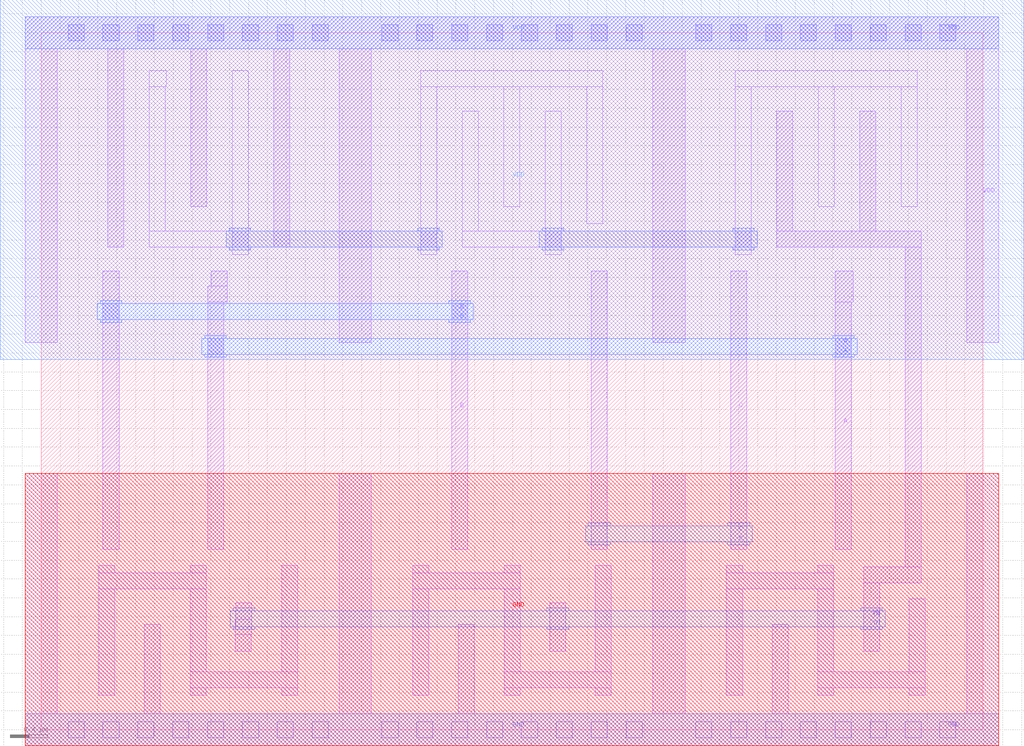
<source format=lef>
VERSION 5.7 ;
  NOWIREEXTENSIONATPIN ON ;
  DIVIDERCHAR "/" ;
  BUSBITCHARS "[]" ;
MACRO VOTERN3X1
  CLASS CORE ;
  FOREIGN VOTERN3X1 ;
  ORIGIN 0.000 0.000 ;
  SIZE 9.990 BY 7.400 ;
  SYMMETRY X Y R90 ;
  SITE unitrh ;
  PIN YN
    DIRECTION OUTPUT ;
    USE SIGNAL ;
    ANTENNADIFFAREA 1.734950 ;
    PORT
      LAYER li1 ;
        RECT 7.805 5.295 7.975 6.565 ;
        RECT 8.685 5.295 8.855 6.565 ;
        RECT 7.805 5.125 9.335 5.295 ;
        RECT 9.165 1.730 9.335 5.125 ;
        RECT 8.725 1.560 9.335 1.730 ;
        RECT 2.065 1.170 2.235 1.345 ;
        RECT 2.060 1.015 2.235 1.170 ;
        RECT 2.060 0.835 2.230 1.015 ;
        RECT 5.395 0.835 5.565 1.345 ;
        RECT 8.725 0.835 8.895 1.560 ;
      LAYER mcon ;
        RECT 2.065 1.095 2.235 1.265 ;
        RECT 5.395 1.095 5.565 1.265 ;
        RECT 8.725 1.095 8.895 1.265 ;
      LAYER met1 ;
        RECT 2.035 1.265 2.265 1.295 ;
        RECT 5.365 1.265 5.595 1.295 ;
        RECT 8.695 1.265 8.925 1.295 ;
        RECT 2.005 1.095 8.955 1.265 ;
        RECT 2.035 1.065 2.265 1.095 ;
        RECT 5.365 1.065 5.595 1.095 ;
        RECT 8.695 1.065 8.925 1.095 ;
    END
  END YN
  PIN A
    DIRECTION INPUT ;
    USE SIGNAL ;
    ANTENNAGATEAREA 2.053700 ;
    PORT
      LAYER li1 ;
        RECT 1.805 4.710 1.975 4.870 ;
        RECT 1.765 4.540 1.975 4.710 ;
        RECT 8.425 4.540 8.615 4.870 ;
        RECT 1.765 1.915 1.935 4.540 ;
        RECT 8.425 1.915 8.595 4.540 ;
      LAYER mcon ;
        RECT 1.765 3.985 1.935 4.155 ;
        RECT 8.425 3.985 8.595 4.155 ;
      LAYER met1 ;
        RECT 1.735 4.155 1.965 4.185 ;
        RECT 8.395 4.155 8.625 4.185 ;
        RECT 1.705 3.985 8.655 4.155 ;
        RECT 1.735 3.955 1.965 3.985 ;
        RECT 8.395 3.955 8.625 3.985 ;
    END
  END A
  PIN B
    DIRECTION INPUT ;
    USE SIGNAL ;
    ANTENNAGATEAREA 2.066500 ;
    PORT
      LAYER li1 ;
        RECT 0.655 1.915 0.825 4.870 ;
        RECT 4.355 1.915 4.525 4.870 ;
      LAYER mcon ;
        RECT 0.655 4.355 0.825 4.525 ;
        RECT 4.355 4.355 4.525 4.525 ;
      LAYER met1 ;
        RECT 0.625 4.525 0.855 4.555 ;
        RECT 4.325 4.525 4.555 4.555 ;
        RECT 0.595 4.355 4.585 4.525 ;
        RECT 0.625 4.325 0.855 4.355 ;
        RECT 4.325 4.325 4.555 4.355 ;
    END
  END B
  PIN C
    DIRECTION INPUT ;
    USE SIGNAL ;
    ANTENNAGATEAREA 2.060500 ;
    PORT
      LAYER li1 ;
        RECT 5.835 1.915 6.005 4.870 ;
        RECT 7.315 1.915 7.485 4.870 ;
      LAYER mcon ;
        RECT 5.835 1.995 6.005 2.165 ;
        RECT 7.315 1.995 7.485 2.165 ;
      LAYER met1 ;
        RECT 5.805 2.165 6.035 2.195 ;
        RECT 7.285 2.165 7.515 2.195 ;
        RECT 5.775 1.995 7.545 2.165 ;
        RECT 5.805 1.965 6.035 1.995 ;
        RECT 7.285 1.965 7.515 1.995 ;
    END
  END C
  PIN VDD
    DIRECTION INOUT ;
    USE POWER ;
    SHAPE ABUTMENT ;
    PORT
      LAYER nwell ;
        RECT -0.435 3.930 10.425 7.750 ;
      LAYER li1 ;
        RECT -0.170 7.230 10.160 7.570 ;
        RECT -0.170 4.110 0.170 7.230 ;
        RECT 0.705 5.125 0.875 7.230 ;
        RECT 1.585 5.555 1.755 7.230 ;
        RECT 2.465 5.125 2.635 7.230 ;
        RECT 3.160 4.110 3.500 7.230 ;
        RECT 6.490 4.110 6.830 7.230 ;
        RECT 9.820 4.110 10.160 7.230 ;
      LAYER mcon ;
        RECT 0.285 7.315 0.455 7.485 ;
        RECT 0.655 7.315 0.825 7.485 ;
        RECT 1.025 7.315 1.195 7.485 ;
        RECT 1.395 7.315 1.565 7.485 ;
        RECT 1.765 7.315 1.935 7.485 ;
        RECT 2.135 7.315 2.305 7.485 ;
        RECT 2.505 7.315 2.675 7.485 ;
        RECT 2.875 7.315 3.045 7.485 ;
        RECT 3.615 7.315 3.785 7.485 ;
        RECT 3.985 7.315 4.155 7.485 ;
        RECT 4.355 7.315 4.525 7.485 ;
        RECT 4.725 7.315 4.895 7.485 ;
        RECT 5.095 7.315 5.265 7.485 ;
        RECT 5.465 7.315 5.635 7.485 ;
        RECT 5.835 7.315 6.005 7.485 ;
        RECT 6.205 7.315 6.375 7.485 ;
        RECT 6.945 7.315 7.115 7.485 ;
        RECT 7.315 7.315 7.485 7.485 ;
        RECT 7.685 7.315 7.855 7.485 ;
        RECT 8.055 7.315 8.225 7.485 ;
        RECT 8.425 7.315 8.595 7.485 ;
        RECT 8.795 7.315 8.965 7.485 ;
        RECT 9.165 7.315 9.335 7.485 ;
        RECT 9.535 7.315 9.705 7.485 ;
      LAYER met1 ;
        RECT -0.170 7.230 10.160 7.570 ;
    END
  END VDD
  PIN GND
    DIRECTION INOUT ;
    USE GROUND ;
    SHAPE ABUTMENT ;
    PORT
      LAYER pwell ;
        RECT -0.170 -0.170 10.160 2.720 ;
      LAYER li1 ;
        RECT -0.170 0.170 0.170 2.720 ;
        RECT 1.095 0.170 1.265 1.120 ;
        RECT 3.160 0.170 3.500 2.720 ;
        RECT 4.425 0.170 4.595 1.120 ;
        RECT 6.490 0.170 6.830 2.720 ;
        RECT 7.755 0.170 7.925 1.120 ;
        RECT 9.820 0.170 10.160 2.720 ;
        RECT -0.170 -0.170 10.160 0.170 ;
      LAYER mcon ;
        RECT 0.285 -0.085 0.455 0.085 ;
        RECT 0.655 -0.085 0.825 0.085 ;
        RECT 1.025 -0.085 1.195 0.085 ;
        RECT 1.395 -0.085 1.565 0.085 ;
        RECT 1.765 -0.085 1.935 0.085 ;
        RECT 2.135 -0.085 2.305 0.085 ;
        RECT 2.505 -0.085 2.675 0.085 ;
        RECT 2.875 -0.085 3.045 0.085 ;
        RECT 3.615 -0.085 3.785 0.085 ;
        RECT 3.985 -0.085 4.155 0.085 ;
        RECT 4.355 -0.085 4.525 0.085 ;
        RECT 4.725 -0.085 4.895 0.085 ;
        RECT 5.095 -0.085 5.265 0.085 ;
        RECT 5.465 -0.085 5.635 0.085 ;
        RECT 5.835 -0.085 6.005 0.085 ;
        RECT 6.205 -0.085 6.375 0.085 ;
        RECT 6.945 -0.085 7.115 0.085 ;
        RECT 7.315 -0.085 7.485 0.085 ;
        RECT 7.685 -0.085 7.855 0.085 ;
        RECT 8.055 -0.085 8.225 0.085 ;
        RECT 8.425 -0.085 8.595 0.085 ;
        RECT 8.795 -0.085 8.965 0.085 ;
        RECT 9.165 -0.085 9.335 0.085 ;
        RECT 9.535 -0.085 9.705 0.085 ;
      LAYER met1 ;
        RECT -0.170 -0.170 10.160 0.170 ;
    END
  END GND
  OBS
      LAYER li1 ;
        RECT 1.145 6.825 1.325 6.995 ;
        RECT 1.145 5.295 1.315 6.825 ;
        RECT 2.025 5.295 2.195 6.995 ;
        RECT 1.145 5.125 2.195 5.295 ;
        RECT 2.025 5.045 2.195 5.125 ;
        RECT 4.025 6.825 5.955 6.995 ;
        RECT 4.025 5.045 4.195 6.825 ;
        RECT 4.465 5.295 4.635 6.565 ;
        RECT 4.905 5.555 5.075 6.825 ;
        RECT 5.345 5.295 5.515 6.565 ;
        RECT 5.785 5.375 5.955 6.825 ;
        RECT 7.365 6.825 9.295 6.995 ;
        RECT 4.465 5.125 5.515 5.295 ;
        RECT 5.345 5.045 5.515 5.125 ;
        RECT 7.365 5.045 7.535 6.825 ;
        RECT 8.245 5.555 8.415 6.825 ;
        RECT 9.125 5.555 9.295 6.825 ;
        RECT 0.610 1.665 0.780 1.745 ;
        RECT 1.580 1.665 1.750 1.745 ;
        RECT 0.610 1.495 1.750 1.665 ;
        RECT 0.610 0.365 0.780 1.495 ;
        RECT 1.580 0.615 1.750 1.495 ;
        RECT 2.550 0.615 2.720 1.745 ;
        RECT 1.580 0.445 2.720 0.615 ;
        RECT 1.580 0.365 1.750 0.445 ;
        RECT 2.550 0.365 2.720 0.445 ;
        RECT 3.940 1.665 4.110 1.745 ;
        RECT 4.910 1.665 5.080 1.745 ;
        RECT 3.940 1.495 5.080 1.665 ;
        RECT 3.940 0.365 4.110 1.495 ;
        RECT 4.910 0.615 5.080 1.495 ;
        RECT 5.880 0.615 6.050 1.745 ;
        RECT 4.910 0.445 6.050 0.615 ;
        RECT 4.910 0.365 5.080 0.445 ;
        RECT 5.880 0.365 6.050 0.445 ;
        RECT 7.270 1.665 7.440 1.745 ;
        RECT 8.240 1.665 8.410 1.745 ;
        RECT 7.270 1.495 8.410 1.665 ;
        RECT 7.270 0.365 7.440 1.495 ;
        RECT 8.240 0.615 8.410 1.495 ;
        RECT 9.210 0.615 9.380 1.390 ;
        RECT 8.240 0.445 9.380 0.615 ;
        RECT 8.240 0.365 8.410 0.445 ;
        RECT 9.210 0.365 9.380 0.445 ;
      LAYER mcon ;
        RECT 2.025 5.125 2.195 5.295 ;
        RECT 4.025 5.125 4.195 5.295 ;
        RECT 5.345 5.125 5.515 5.295 ;
        RECT 7.365 5.125 7.535 5.295 ;
      LAYER met1 ;
        RECT 1.995 5.295 2.225 5.325 ;
        RECT 3.995 5.295 4.225 5.325 ;
        RECT 5.315 5.295 5.545 5.325 ;
        RECT 7.335 5.295 7.565 5.325 ;
        RECT 1.965 5.125 4.255 5.295 ;
        RECT 5.285 5.125 7.595 5.295 ;
        RECT 1.995 5.095 2.225 5.125 ;
        RECT 3.995 5.095 4.225 5.125 ;
        RECT 5.315 5.095 5.545 5.125 ;
        RECT 7.335 5.095 7.565 5.125 ;
  END
END VOTERN3X1
END LIBRARY


</source>
